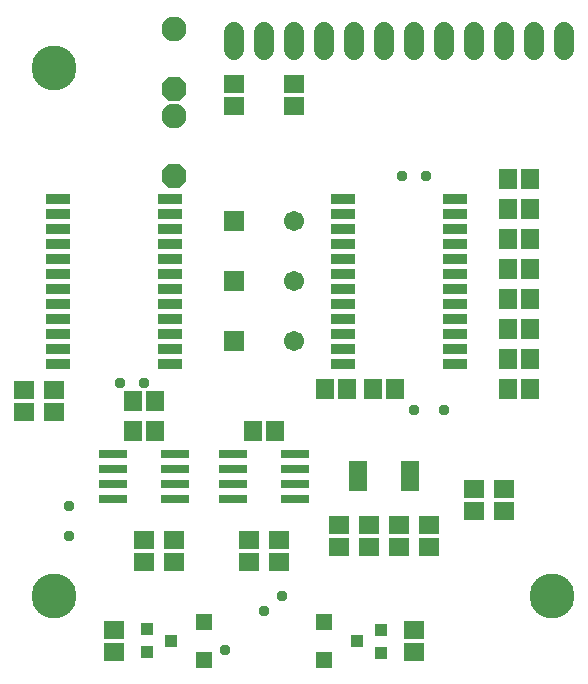
<source format=gbr>
G04 EAGLE Gerber RS-274X export*
G75*
%MOMM*%
%FSLAX34Y34*%
%LPD*%
%INSoldermask Top*%
%IPPOS*%
%AMOC8*
5,1,8,0,0,1.08239X$1,22.5*%
G01*
%ADD10R,1.503200X1.703200*%
%ADD11R,1.473200X1.323200*%
%ADD12R,1.711200X1.711200*%
%ADD13C,1.711200*%
%ADD14R,2.403200X0.803200*%
%ADD15R,2.153200X0.853200*%
%ADD16R,1.603200X0.503200*%
%ADD17R,1.703200X1.503200*%
%ADD18R,1.092200X0.990600*%
%ADD19C,3.803200*%
%ADD20C,1.727200*%
%ADD21C,2.108200*%
%ADD22P,2.281895X8X292.500000*%
%ADD23C,0.959600*%


D10*
X142900Y254000D03*
X161900Y254000D03*
D11*
X304800Y34800D03*
X304800Y66800D03*
D12*
X228500Y304800D03*
D13*
X279500Y304800D03*
D12*
X228500Y355600D03*
D13*
X279500Y355600D03*
D12*
X228500Y406400D03*
D13*
X279500Y406400D03*
D11*
X203200Y34800D03*
X203200Y66800D03*
D14*
X126400Y196850D03*
X178400Y196850D03*
X126400Y209550D03*
X126400Y184150D03*
X126400Y171450D03*
X178400Y209550D03*
X178400Y184150D03*
X178400Y171450D03*
X228000Y196850D03*
X280000Y196850D03*
X228000Y209550D03*
X228000Y184150D03*
X228000Y171450D03*
X280000Y209550D03*
X280000Y184150D03*
X280000Y171450D03*
D15*
X174250Y285750D03*
X174250Y298450D03*
X174250Y311150D03*
X174250Y323850D03*
X174250Y336550D03*
X174250Y349250D03*
X174250Y361950D03*
X174250Y374650D03*
X174250Y387350D03*
X174250Y400050D03*
X174250Y412750D03*
X174250Y425450D03*
X79750Y425450D03*
X79750Y412750D03*
X79750Y400050D03*
X79750Y387350D03*
X79750Y374650D03*
X79750Y361950D03*
X79750Y349250D03*
X79750Y336550D03*
X79750Y323850D03*
X79750Y311150D03*
X79750Y298450D03*
X79750Y285750D03*
X415550Y285750D03*
X415550Y298450D03*
X415550Y311150D03*
X415550Y323850D03*
X415550Y336550D03*
X415550Y349250D03*
X415550Y361950D03*
X415550Y374650D03*
X415550Y387350D03*
X415550Y400050D03*
X415550Y412750D03*
X415550Y425450D03*
X321050Y425450D03*
X321050Y412750D03*
X321050Y400050D03*
X321050Y387350D03*
X321050Y374650D03*
X321050Y361950D03*
X321050Y349250D03*
X321050Y336550D03*
X321050Y323850D03*
X321050Y311150D03*
X321050Y298450D03*
X321050Y285750D03*
D16*
X333600Y200500D03*
X333600Y195500D03*
X333600Y190500D03*
X333600Y185500D03*
X333600Y180500D03*
X377600Y180500D03*
X377600Y185500D03*
X377600Y190500D03*
X377600Y195500D03*
X377600Y200500D03*
D17*
X342900Y130200D03*
X342900Y149200D03*
X317500Y130200D03*
X317500Y149200D03*
X368300Y149200D03*
X368300Y130200D03*
X393700Y149200D03*
X393700Y130200D03*
D10*
X161900Y228600D03*
X142900Y228600D03*
X460400Y264160D03*
X479400Y264160D03*
X460400Y289560D03*
X479400Y289560D03*
X460400Y314960D03*
X479400Y314960D03*
X460400Y340360D03*
X479400Y340360D03*
X460400Y365760D03*
X479400Y365760D03*
X460400Y391160D03*
X479400Y391160D03*
X460400Y416560D03*
X479400Y416560D03*
X460400Y441960D03*
X479400Y441960D03*
X244500Y228600D03*
X263500Y228600D03*
D18*
X353060Y40894D03*
X353060Y60198D03*
X332740Y50546D03*
X154940Y60706D03*
X154940Y41402D03*
X175260Y51054D03*
D17*
X127000Y60300D03*
X127000Y41300D03*
X381000Y60300D03*
X381000Y41300D03*
X76200Y244500D03*
X76200Y263500D03*
X50800Y244500D03*
X50800Y263500D03*
X431800Y160680D03*
X431800Y179680D03*
X457200Y160680D03*
X457200Y179680D03*
D10*
X305460Y264160D03*
X324460Y264160D03*
X365100Y264160D03*
X346100Y264160D03*
D17*
X177800Y117500D03*
X177800Y136500D03*
X152400Y117500D03*
X152400Y136500D03*
X266700Y117500D03*
X266700Y136500D03*
X241300Y117500D03*
X241300Y136500D03*
D19*
X497840Y88900D03*
X76200Y88900D03*
X76200Y535940D03*
D20*
X228600Y551180D02*
X228600Y566420D01*
X254000Y566420D02*
X254000Y551180D01*
X279400Y551180D02*
X279400Y566420D01*
X304800Y566420D02*
X304800Y551180D01*
X330200Y551180D02*
X330200Y566420D01*
X355600Y566420D02*
X355600Y551180D01*
X381000Y551180D02*
X381000Y566420D01*
X406400Y566420D02*
X406400Y551180D01*
X431800Y551180D02*
X431800Y566420D01*
X457200Y566420D02*
X457200Y551180D01*
X482600Y551180D02*
X482600Y566420D01*
X508000Y566420D02*
X508000Y551180D01*
D17*
X279400Y522580D03*
X279400Y503580D03*
X228600Y503580D03*
X228600Y522580D03*
D21*
X177800Y568960D03*
D22*
X177800Y518160D03*
D21*
X177800Y495300D03*
D22*
X177800Y444500D03*
D23*
X88900Y139700D03*
X88900Y165100D03*
X269240Y88900D03*
X152400Y269240D03*
X132080Y269240D03*
X370840Y444782D03*
X391160Y444500D03*
X381000Y246380D03*
X406400Y246380D03*
X254000Y76200D03*
X220980Y43180D03*
M02*

</source>
